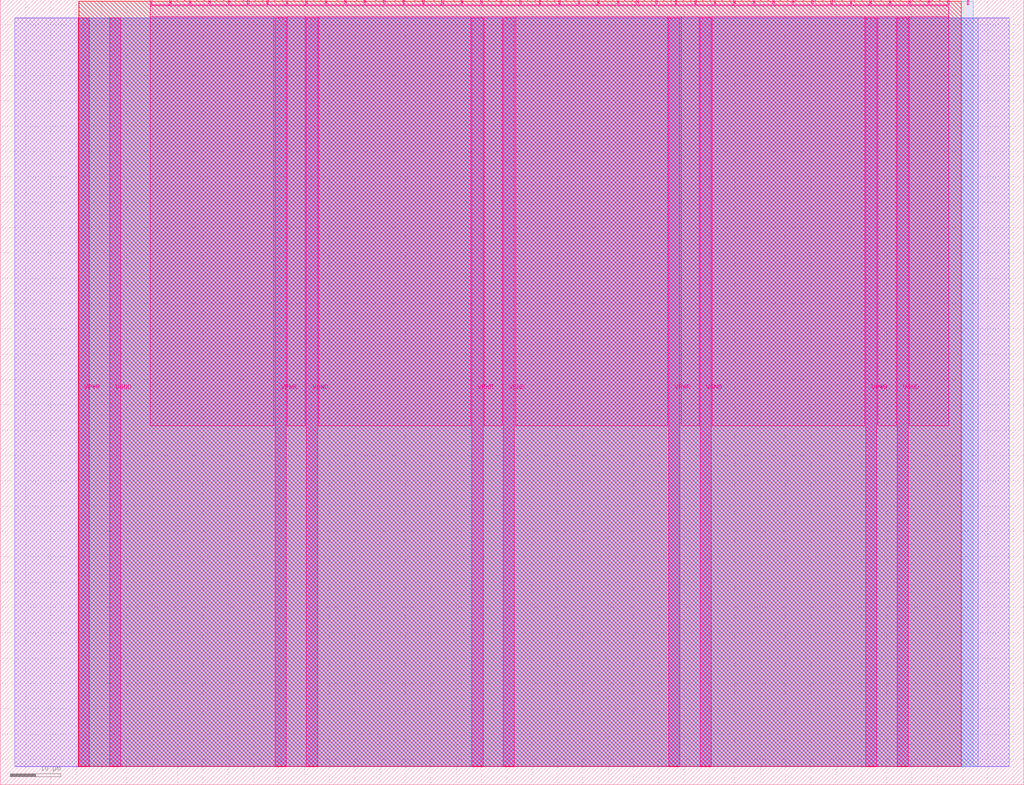
<source format=lef>
VERSION 5.7 ;
  NOWIREEXTENSIONATPIN ON ;
  DIVIDERCHAR "/" ;
  BUSBITCHARS "[]" ;
MACRO tt_um_daosvik_aesinvsbox
  CLASS BLOCK ;
  FOREIGN tt_um_daosvik_aesinvsbox ;
  ORIGIN 0.000 0.000 ;
  SIZE 202.080 BY 154.980 ;
  PIN VGND
    DIRECTION INOUT ;
    USE GROUND ;
    PORT
      LAYER Metal5 ;
        RECT 21.580 3.560 23.780 151.420 ;
    END
    PORT
      LAYER Metal5 ;
        RECT 60.450 3.560 62.650 151.420 ;
    END
    PORT
      LAYER Metal5 ;
        RECT 99.320 3.560 101.520 151.420 ;
    END
    PORT
      LAYER Metal5 ;
        RECT 138.190 3.560 140.390 151.420 ;
    END
    PORT
      LAYER Metal5 ;
        RECT 177.060 3.560 179.260 151.420 ;
    END
  END VGND
  PIN VPWR
    DIRECTION INOUT ;
    USE POWER ;
    PORT
      LAYER Metal5 ;
        RECT 15.380 3.560 17.580 151.420 ;
    END
    PORT
      LAYER Metal5 ;
        RECT 54.250 3.560 56.450 151.420 ;
    END
    PORT
      LAYER Metal5 ;
        RECT 93.120 3.560 95.320 151.420 ;
    END
    PORT
      LAYER Metal5 ;
        RECT 131.990 3.560 134.190 151.420 ;
    END
    PORT
      LAYER Metal5 ;
        RECT 170.860 3.560 173.060 151.420 ;
    END
  END VPWR
  PIN clk
    DIRECTION INPUT ;
    USE SIGNAL ;
    ANTENNAGATEAREA 0.213200 ;
    PORT
      LAYER Metal5 ;
        RECT 187.050 153.980 187.350 154.980 ;
    END
  END clk
  PIN ena
    DIRECTION INPUT ;
    USE SIGNAL ;
    PORT
      LAYER Metal5 ;
        RECT 190.890 153.980 191.190 154.980 ;
    END
  END ena
  PIN rst_n
    DIRECTION INPUT ;
    USE SIGNAL ;
    PORT
      LAYER Metal5 ;
        RECT 183.210 153.980 183.510 154.980 ;
    END
  END rst_n
  PIN ui_in[0]
    DIRECTION INPUT ;
    USE SIGNAL ;
    ANTENNAGATEAREA 0.639600 ;
    PORT
      LAYER Metal5 ;
        RECT 179.370 153.980 179.670 154.980 ;
    END
  END ui_in[0]
  PIN ui_in[1]
    DIRECTION INPUT ;
    USE SIGNAL ;
    ANTENNAGATEAREA 0.639600 ;
    PORT
      LAYER Metal5 ;
        RECT 175.530 153.980 175.830 154.980 ;
    END
  END ui_in[1]
  PIN ui_in[2]
    DIRECTION INPUT ;
    USE SIGNAL ;
    ANTENNAGATEAREA 0.213200 ;
    PORT
      LAYER Metal5 ;
        RECT 171.690 153.980 171.990 154.980 ;
    END
  END ui_in[2]
  PIN ui_in[3]
    DIRECTION INPUT ;
    USE SIGNAL ;
    ANTENNAGATEAREA 0.213200 ;
    PORT
      LAYER Metal5 ;
        RECT 167.850 153.980 168.150 154.980 ;
    END
  END ui_in[3]
  PIN ui_in[4]
    DIRECTION INPUT ;
    USE SIGNAL ;
    ANTENNAGATEAREA 0.607100 ;
    PORT
      LAYER Metal5 ;
        RECT 164.010 153.980 164.310 154.980 ;
    END
  END ui_in[4]
  PIN ui_in[5]
    DIRECTION INPUT ;
    USE SIGNAL ;
    ANTENNAGATEAREA 0.314600 ;
    PORT
      LAYER Metal5 ;
        RECT 160.170 153.980 160.470 154.980 ;
    END
  END ui_in[5]
  PIN ui_in[6]
    DIRECTION INPUT ;
    USE SIGNAL ;
    ANTENNAGATEAREA 0.213200 ;
    PORT
      LAYER Metal5 ;
        RECT 156.330 153.980 156.630 154.980 ;
    END
  END ui_in[6]
  PIN ui_in[7]
    DIRECTION INPUT ;
    USE SIGNAL ;
    ANTENNAGATEAREA 0.213200 ;
    PORT
      LAYER Metal5 ;
        RECT 152.490 153.980 152.790 154.980 ;
    END
  END ui_in[7]
  PIN uio_in[0]
    DIRECTION INPUT ;
    USE SIGNAL ;
    PORT
      LAYER Metal5 ;
        RECT 148.650 153.980 148.950 154.980 ;
    END
  END uio_in[0]
  PIN uio_in[1]
    DIRECTION INPUT ;
    USE SIGNAL ;
    PORT
      LAYER Metal5 ;
        RECT 144.810 153.980 145.110 154.980 ;
    END
  END uio_in[1]
  PIN uio_in[2]
    DIRECTION INPUT ;
    USE SIGNAL ;
    PORT
      LAYER Metal5 ;
        RECT 140.970 153.980 141.270 154.980 ;
    END
  END uio_in[2]
  PIN uio_in[3]
    DIRECTION INPUT ;
    USE SIGNAL ;
    PORT
      LAYER Metal5 ;
        RECT 137.130 153.980 137.430 154.980 ;
    END
  END uio_in[3]
  PIN uio_in[4]
    DIRECTION INPUT ;
    USE SIGNAL ;
    PORT
      LAYER Metal5 ;
        RECT 133.290 153.980 133.590 154.980 ;
    END
  END uio_in[4]
  PIN uio_in[5]
    DIRECTION INPUT ;
    USE SIGNAL ;
    PORT
      LAYER Metal5 ;
        RECT 129.450 153.980 129.750 154.980 ;
    END
  END uio_in[5]
  PIN uio_in[6]
    DIRECTION INPUT ;
    USE SIGNAL ;
    PORT
      LAYER Metal5 ;
        RECT 125.610 153.980 125.910 154.980 ;
    END
  END uio_in[6]
  PIN uio_in[7]
    DIRECTION INPUT ;
    USE SIGNAL ;
    PORT
      LAYER Metal5 ;
        RECT 121.770 153.980 122.070 154.980 ;
    END
  END uio_in[7]
  PIN uio_oe[0]
    DIRECTION OUTPUT ;
    USE SIGNAL ;
    ANTENNADIFFAREA 0.392700 ;
    PORT
      LAYER Metal5 ;
        RECT 56.490 153.980 56.790 154.980 ;
    END
  END uio_oe[0]
  PIN uio_oe[1]
    DIRECTION OUTPUT ;
    USE SIGNAL ;
    ANTENNADIFFAREA 0.392700 ;
    PORT
      LAYER Metal5 ;
        RECT 52.650 153.980 52.950 154.980 ;
    END
  END uio_oe[1]
  PIN uio_oe[2]
    DIRECTION OUTPUT ;
    USE SIGNAL ;
    ANTENNADIFFAREA 0.392700 ;
    PORT
      LAYER Metal5 ;
        RECT 48.810 153.980 49.110 154.980 ;
    END
  END uio_oe[2]
  PIN uio_oe[3]
    DIRECTION OUTPUT ;
    USE SIGNAL ;
    ANTENNADIFFAREA 0.392700 ;
    PORT
      LAYER Metal5 ;
        RECT 44.970 153.980 45.270 154.980 ;
    END
  END uio_oe[3]
  PIN uio_oe[4]
    DIRECTION OUTPUT ;
    USE SIGNAL ;
    ANTENNADIFFAREA 0.392700 ;
    PORT
      LAYER Metal5 ;
        RECT 41.130 153.980 41.430 154.980 ;
    END
  END uio_oe[4]
  PIN uio_oe[5]
    DIRECTION OUTPUT ;
    USE SIGNAL ;
    ANTENNADIFFAREA 0.392700 ;
    PORT
      LAYER Metal5 ;
        RECT 37.290 153.980 37.590 154.980 ;
    END
  END uio_oe[5]
  PIN uio_oe[6]
    DIRECTION OUTPUT ;
    USE SIGNAL ;
    ANTENNADIFFAREA 0.392700 ;
    PORT
      LAYER Metal5 ;
        RECT 33.450 153.980 33.750 154.980 ;
    END
  END uio_oe[6]
  PIN uio_oe[7]
    DIRECTION OUTPUT ;
    USE SIGNAL ;
    ANTENNADIFFAREA 0.392700 ;
    PORT
      LAYER Metal5 ;
        RECT 29.610 153.980 29.910 154.980 ;
    END
  END uio_oe[7]
  PIN uio_out[0]
    DIRECTION OUTPUT ;
    USE SIGNAL ;
    ANTENNADIFFAREA 0.632400 ;
    PORT
      LAYER Metal5 ;
        RECT 87.210 153.980 87.510 154.980 ;
    END
  END uio_out[0]
  PIN uio_out[1]
    DIRECTION OUTPUT ;
    USE SIGNAL ;
    ANTENNADIFFAREA 0.632400 ;
    PORT
      LAYER Metal5 ;
        RECT 83.370 153.980 83.670 154.980 ;
    END
  END uio_out[1]
  PIN uio_out[2]
    DIRECTION OUTPUT ;
    USE SIGNAL ;
    ANTENNADIFFAREA 0.632400 ;
    PORT
      LAYER Metal5 ;
        RECT 79.530 153.980 79.830 154.980 ;
    END
  END uio_out[2]
  PIN uio_out[3]
    DIRECTION OUTPUT ;
    USE SIGNAL ;
    ANTENNADIFFAREA 0.632400 ;
    PORT
      LAYER Metal5 ;
        RECT 75.690 153.980 75.990 154.980 ;
    END
  END uio_out[3]
  PIN uio_out[4]
    DIRECTION OUTPUT ;
    USE SIGNAL ;
    ANTENNADIFFAREA 0.632400 ;
    PORT
      LAYER Metal5 ;
        RECT 71.850 153.980 72.150 154.980 ;
    END
  END uio_out[4]
  PIN uio_out[5]
    DIRECTION OUTPUT ;
    USE SIGNAL ;
    ANTENNADIFFAREA 0.632400 ;
    PORT
      LAYER Metal5 ;
        RECT 68.010 153.980 68.310 154.980 ;
    END
  END uio_out[5]
  PIN uio_out[6]
    DIRECTION OUTPUT ;
    USE SIGNAL ;
    ANTENNADIFFAREA 0.632400 ;
    PORT
      LAYER Metal5 ;
        RECT 64.170 153.980 64.470 154.980 ;
    END
  END uio_out[6]
  PIN uio_out[7]
    DIRECTION OUTPUT ;
    USE SIGNAL ;
    ANTENNADIFFAREA 0.632400 ;
    PORT
      LAYER Metal5 ;
        RECT 60.330 153.980 60.630 154.980 ;
    END
  END uio_out[7]
  PIN uo_out[0]
    DIRECTION OUTPUT ;
    USE SIGNAL ;
    ANTENNADIFFAREA 0.654800 ;
    PORT
      LAYER Metal5 ;
        RECT 117.930 153.980 118.230 154.980 ;
    END
  END uo_out[0]
  PIN uo_out[1]
    DIRECTION OUTPUT ;
    USE SIGNAL ;
    ANTENNADIFFAREA 0.654800 ;
    PORT
      LAYER Metal5 ;
        RECT 114.090 153.980 114.390 154.980 ;
    END
  END uo_out[1]
  PIN uo_out[2]
    DIRECTION OUTPUT ;
    USE SIGNAL ;
    ANTENNADIFFAREA 0.654800 ;
    PORT
      LAYER Metal5 ;
        RECT 110.250 153.980 110.550 154.980 ;
    END
  END uo_out[2]
  PIN uo_out[3]
    DIRECTION OUTPUT ;
    USE SIGNAL ;
    ANTENNADIFFAREA 0.654800 ;
    PORT
      LAYER Metal5 ;
        RECT 106.410 153.980 106.710 154.980 ;
    END
  END uo_out[3]
  PIN uo_out[4]
    DIRECTION OUTPUT ;
    USE SIGNAL ;
    ANTENNADIFFAREA 0.654800 ;
    PORT
      LAYER Metal5 ;
        RECT 102.570 153.980 102.870 154.980 ;
    END
  END uo_out[4]
  PIN uo_out[5]
    DIRECTION OUTPUT ;
    USE SIGNAL ;
    ANTENNADIFFAREA 0.654800 ;
    PORT
      LAYER Metal5 ;
        RECT 98.730 153.980 99.030 154.980 ;
    END
  END uo_out[5]
  PIN uo_out[6]
    DIRECTION OUTPUT ;
    USE SIGNAL ;
    ANTENNADIFFAREA 0.654800 ;
    PORT
      LAYER Metal5 ;
        RECT 94.890 153.980 95.190 154.980 ;
    END
  END uo_out[6]
  PIN uo_out[7]
    DIRECTION OUTPUT ;
    USE SIGNAL ;
    ANTENNADIFFAREA 0.654800 ;
    PORT
      LAYER Metal5 ;
        RECT 91.050 153.980 91.350 154.980 ;
    END
  END uo_out[7]
  OBS
      LAYER GatPoly ;
        RECT 2.880 3.630 199.200 151.350 ;
      LAYER Metal1 ;
        RECT 2.880 3.560 199.200 151.420 ;
      LAYER Metal2 ;
        RECT 15.515 3.680 193.105 151.300 ;
      LAYER Metal3 ;
        RECT 15.560 3.635 192.100 154.705 ;
      LAYER Metal4 ;
        RECT 15.515 3.680 189.745 154.660 ;
      LAYER Metal5 ;
        RECT 30.120 153.770 33.240 153.980 ;
        RECT 33.960 153.770 37.080 153.980 ;
        RECT 37.800 153.770 40.920 153.980 ;
        RECT 41.640 153.770 44.760 153.980 ;
        RECT 45.480 153.770 48.600 153.980 ;
        RECT 49.320 153.770 52.440 153.980 ;
        RECT 53.160 153.770 56.280 153.980 ;
        RECT 57.000 153.770 60.120 153.980 ;
        RECT 60.840 153.770 63.960 153.980 ;
        RECT 64.680 153.770 67.800 153.980 ;
        RECT 68.520 153.770 71.640 153.980 ;
        RECT 72.360 153.770 75.480 153.980 ;
        RECT 76.200 153.770 79.320 153.980 ;
        RECT 80.040 153.770 83.160 153.980 ;
        RECT 83.880 153.770 87.000 153.980 ;
        RECT 87.720 153.770 90.840 153.980 ;
        RECT 91.560 153.770 94.680 153.980 ;
        RECT 95.400 153.770 98.520 153.980 ;
        RECT 99.240 153.770 102.360 153.980 ;
        RECT 103.080 153.770 106.200 153.980 ;
        RECT 106.920 153.770 110.040 153.980 ;
        RECT 110.760 153.770 113.880 153.980 ;
        RECT 114.600 153.770 117.720 153.980 ;
        RECT 118.440 153.770 121.560 153.980 ;
        RECT 122.280 153.770 125.400 153.980 ;
        RECT 126.120 153.770 129.240 153.980 ;
        RECT 129.960 153.770 133.080 153.980 ;
        RECT 133.800 153.770 136.920 153.980 ;
        RECT 137.640 153.770 140.760 153.980 ;
        RECT 141.480 153.770 144.600 153.980 ;
        RECT 145.320 153.770 148.440 153.980 ;
        RECT 149.160 153.770 152.280 153.980 ;
        RECT 153.000 153.770 156.120 153.980 ;
        RECT 156.840 153.770 159.960 153.980 ;
        RECT 160.680 153.770 163.800 153.980 ;
        RECT 164.520 153.770 167.640 153.980 ;
        RECT 168.360 153.770 171.480 153.980 ;
        RECT 172.200 153.770 175.320 153.980 ;
        RECT 176.040 153.770 179.160 153.980 ;
        RECT 179.880 153.770 183.000 153.980 ;
        RECT 183.720 153.770 186.840 153.980 ;
        RECT 29.660 151.630 187.300 153.770 ;
        RECT 29.660 70.835 54.040 151.630 ;
        RECT 56.660 70.835 60.240 151.630 ;
        RECT 62.860 70.835 92.910 151.630 ;
        RECT 95.530 70.835 99.110 151.630 ;
        RECT 101.730 70.835 131.780 151.630 ;
        RECT 134.400 70.835 137.980 151.630 ;
        RECT 140.600 70.835 170.650 151.630 ;
        RECT 173.270 70.835 176.850 151.630 ;
        RECT 179.470 70.835 187.300 151.630 ;
  END
END tt_um_daosvik_aesinvsbox
END LIBRARY


</source>
